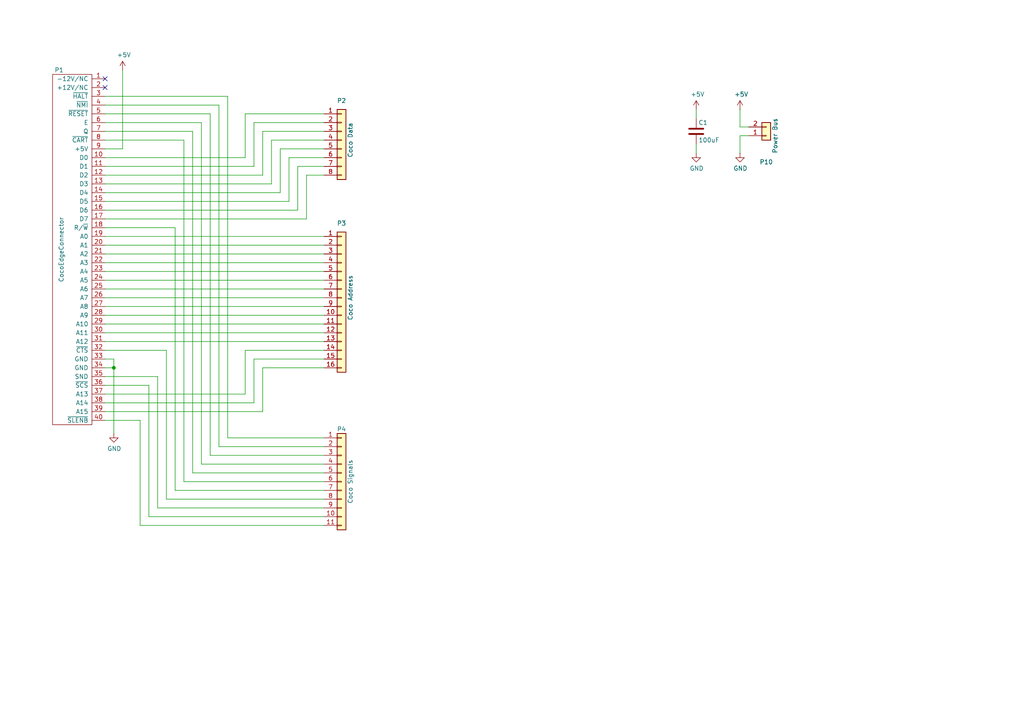
<source format=kicad_sch>
(kicad_sch (version 20250114) (generator "eeschema") (generator_version "9.0")
  (paper "A4")
  (title_block (title "Omniboard") (date "2016-09-01") (rev "1.0") (company "Titanium Studios Pty Ltd"))
  (lib_symbols
    (symbol "CocoProtoBoard_Library:COCO_EDGE_CONNECTOR" (pin_names (offset 1.016))
      (property "Reference" "P1" (at -3.175 52.07 0))
      (property "Value" "CocoEdgeConnector" (at -2.54 0 90))
      (symbol "COCO_EDGE_CONNECTOR_0_1"
        (rectangle (start -5.08 50.8) (end 6.35 -50.8))
      )
      (symbol "COCO_EDGE_CONNECTOR_1_1"
        (pin power_out line (at 10.16 49.53 180) (length 3.81) (name "-12V/NC") (number "1"))
        (pin power_out line (at 10.16 46.99 180) (length 3.81) (name "+12V/NC") (number "2"))
        (pin passive line (at 10.16 44.45 180) (length 3.81) (name "~{HALT}") (number "3"))
        (pin passive line (at 10.16 41.91 180) (length 3.81) (name "~{NMI}") (number "4"))
        (pin passive line (at 10.16 39.37 180) (length 3.81) (name "~{RESET}") (number "5"))
        (pin passive line (at 10.16 36.83 180) (length 3.81) (name "E") (number "6"))
        (pin passive line (at 10.16 34.29 180) (length 3.81) (name "Q") (number "7"))
        (pin passive line (at 10.16 31.75 180) (length 3.81) (name "~{CART}") (number "8"))
        (pin power_out line (at 10.16 29.21 180) (length 3.81) (name "+5V") (number "9"))
        (pin passive line (at 10.16 26.67 180) (length 3.81) (name "D0") (number "10"))
        (pin passive line (at 10.16 24.13 180) (length 3.81) (name "D1") (number "11"))
        (pin passive line (at 10.16 21.59 180) (length 3.81) (name "D2") (number "12"))
        (pin passive line (at 10.16 19.05 180) (length 3.81) (name "D3") (number "13"))
        (pin passive line (at 10.16 16.51 180) (length 3.81) (name "D4") (number "14"))
        (pin passive line (at 10.16 13.97 180) (length 3.81) (name "D5") (number "15"))
        (pin passive line (at 10.16 11.43 180) (length 3.81) (name "D6") (number "16"))
        (pin passive line (at 10.16 8.89 180) (length 3.81) (name "D7") (number "17"))
        (pin passive line (at 10.16 6.35 180) (length 3.81) (name "R/~{W}") (number "18"))
        (pin passive line (at 10.16 3.81 180) (length 3.81) (name "A0") (number "19"))
        (pin passive line (at 10.16 1.27 180) (length 3.81) (name "A1") (number "20"))
        (pin passive line (at 10.16 -1.27 180) (length 3.81) (name "A2") (number "21"))
        (pin passive line (at 10.16 -3.81 180) (length 3.81) (name "A3") (number "22"))
        (pin passive line (at 10.16 -6.35 180) (length 3.81) (name "A4") (number "23"))
        (pin passive line (at 10.16 -8.89 180) (length 3.81) (name "A5") (number "24"))
        (pin passive line (at 10.16 -11.43 180) (length 3.81) (name "A6") (number "25"))
        (pin passive line (at 10.16 -13.97 180) (length 3.81) (name "A7") (number "26"))
        (pin passive line (at 10.16 -16.51 180) (length 3.81) (name "A8") (number "27"))
        (pin passive line (at 10.16 -19.05 180) (length 3.81) (name "A9") (number "28"))
        (pin passive line (at 10.16 -21.59 180) (length 3.81) (name "A10") (number "29"))
        (pin passive line (at 10.16 -24.13 180) (length 3.81) (name "A11") (number "30"))
        (pin passive line (at 10.16 -26.67 180) (length 3.81) (name "A12") (number "31"))
        (pin passive line (at 10.16 -29.21 180) (length 3.81) (name "~{CTS}") (number "32"))
        (pin power_out line (at 10.16 -31.75 180) (length 3.81) (name "GND") (number "33"))
        (pin power_in line (at 10.16 -34.29 180) (length 3.81) (name "GND") (number "34"))
        (pin passive line (at 10.16 -36.83 180) (length 3.81) (name "SND") (number "35"))
        (pin passive line (at 10.16 -39.37 180) (length 3.81) (name "~{SCS}") (number "36"))
        (pin passive line (at 10.16 -41.91 180) (length 3.81) (name "A13") (number "37"))
        (pin passive line (at 10.16 -44.45 180) (length 3.81) (name "A14") (number "38"))
        (pin passive line (at 10.16 -46.99 180) (length 3.81) (name "A15") (number "39"))
        (pin passive line (at 10.16 -49.53 180) (length 3.81) (name "~{SLENB}") (number "40"))
      )
    )
    (symbol "Connector_Generic:Conn_01x02" (pin_names (offset 1.016) (hide yes))
      (property "Reference" "J" (at 0 2.54 0))
      (property "Value" "Conn_01x02" (at 0 -5.08 0))
      (symbol "Conn_01x02_1_1"
        (rectangle (start -1.27 1.27) (end 1.27 -3.81) (stroke (width 0.254)) (fill (type background)))
        (rectangle (start -1.27 0.127) (end 0 -0.127) (stroke (width 0.1524)))
        (rectangle (start -1.27 -2.413) (end 0 -2.667) (stroke (width 0.1524)))
        (pin passive line (at -5.08 0 0) (length 3.81) (name "Pin_1") (number "1"))
        (pin passive line (at -5.08 -2.54 0) (length 3.81) (name "Pin_2") (number "2"))
      )
    )
    (symbol "Connector_Generic:Conn_01x08" (pin_names (offset 1.016) (hide yes))
      (property "Reference" "J" (at 0 10.16 0))
      (property "Value" "Conn_01x08" (at 0 -12.7 0))
      (symbol "Conn_01x08_1_1"
        (rectangle (start -1.27 8.89) (end 1.27 -11.43) (stroke (width 0.254)) (fill (type background)))
        (rectangle (start -1.27 7.747) (end 0 7.493) (stroke (width 0.1524)))
        (rectangle (start -1.27 5.207) (end 0 4.953) (stroke (width 0.1524)))
        (rectangle (start -1.27 2.667) (end 0 2.413) (stroke (width 0.1524)))
        (rectangle (start -1.27 0.127) (end 0 -0.127) (stroke (width 0.1524)))
        (rectangle (start -1.27 -2.413) (end 0 -2.667) (stroke (width 0.1524)))
        (rectangle (start -1.27 -4.953) (end 0 -5.207) (stroke (width 0.1524)))
        (rectangle (start -1.27 -7.493) (end 0 -7.747) (stroke (width 0.1524)))
        (rectangle (start -1.27 -10.033) (end 0 -10.287) (stroke (width 0.1524)))
        (pin passive line (at -5.08 7.62 0) (length 3.81) (name "Pin_1") (number "1"))
        (pin passive line (at -5.08 5.08 0) (length 3.81) (name "Pin_2") (number "2"))
        (pin passive line (at -5.08 2.54 0) (length 3.81) (name "Pin_3") (number "3"))
        (pin passive line (at -5.08 0 0) (length 3.81) (name "Pin_4") (number "4"))
        (pin passive line (at -5.08 -2.54 0) (length 3.81) (name "Pin_5") (number "5"))
        (pin passive line (at -5.08 -5.08 0) (length 3.81) (name "Pin_6") (number "6"))
        (pin passive line (at -5.08 -7.62 0) (length 3.81) (name "Pin_7") (number "7"))
        (pin passive line (at -5.08 -10.16 0) (length 3.81) (name "Pin_8") (number "8"))
      )
    )
    (symbol "Connector_Generic:Conn_01x11" (pin_names (offset 1.016) (hide yes))
      (property "Reference" "J" (at 0 15.24 0))
      (property "Value" "Conn_01x11" (at 0 -15.24 0))
      (symbol "Conn_01x11_1_1"
        (rectangle (start -1.27 13.97) (end 1.27 -13.97) (stroke (width 0.254)) (fill (type background)))
        (rectangle (start -1.27 12.827) (end 0 12.573) (stroke (width 0.1524)))
        (rectangle (start -1.27 10.287) (end 0 10.033) (stroke (width 0.1524)))
        (rectangle (start -1.27 7.747) (end 0 7.493) (stroke (width 0.1524)))
        (rectangle (start -1.27 5.207) (end 0 4.953) (stroke (width 0.1524)))
        (rectangle (start -1.27 2.667) (end 0 2.413) (stroke (width 0.1524)))
        (rectangle (start -1.27 0.127) (end 0 -0.127) (stroke (width 0.1524)))
        (rectangle (start -1.27 -2.413) (end 0 -2.667) (stroke (width 0.1524)))
        (rectangle (start -1.27 -4.953) (end 0 -5.207) (stroke (width 0.1524)))
        (rectangle (start -1.27 -7.493) (end 0 -7.747) (stroke (width 0.1524)))
        (rectangle (start -1.27 -10.033) (end 0 -10.287) (stroke (width 0.1524)))
        (rectangle (start -1.27 -12.573) (end 0 -12.827) (stroke (width 0.1524)))
        (pin passive line (at -5.08 12.7 0) (length 3.81) (name "Pin_1") (number "1"))
        (pin passive line (at -5.08 10.16 0) (length 3.81) (name "Pin_2") (number "2"))
        (pin passive line (at -5.08 7.62 0) (length 3.81) (name "Pin_3") (number "3"))
        (pin passive line (at -5.08 5.08 0) (length 3.81) (name "Pin_4") (number "4"))
        (pin passive line (at -5.08 2.54 0) (length 3.81) (name "Pin_5") (number "5"))
        (pin passive line (at -5.08 0 0) (length 3.81) (name "Pin_6") (number "6"))
        (pin passive line (at -5.08 -2.54 0) (length 3.81) (name "Pin_7") (number "7"))
        (pin passive line (at -5.08 -5.08 0) (length 3.81) (name "Pin_8") (number "8"))
        (pin passive line (at -5.08 -7.62 0) (length 3.81) (name "Pin_9") (number "9"))
        (pin passive line (at -5.08 -10.16 0) (length 3.81) (name "Pin_10") (number "10"))
        (pin passive line (at -5.08 -12.7 0) (length 3.81) (name "Pin_11") (number "11"))
      )
    )
    (symbol "Connector_Generic:Conn_01x16" (pin_names (offset 1.016) (hide yes))
      (property "Reference" "J" (at 0 20.32 0))
      (property "Value" "Conn_01x16" (at 0 -22.86 0))
      (symbol "Conn_01x16_1_1"
        (rectangle (start -1.27 19.05) (end 1.27 -21.59) (stroke (width 0.254)) (fill (type background)))
        (rectangle (start -1.27 17.907) (end 0 17.653) (stroke (width 0.1524)))
        (rectangle (start -1.27 15.367) (end 0 15.113) (stroke (width 0.1524)))
        (rectangle (start -1.27 12.827) (end 0 12.573) (stroke (width 0.1524)))
        (rectangle (start -1.27 10.287) (end 0 10.033) (stroke (width 0.1524)))
        (rectangle (start -1.27 7.747) (end 0 7.493) (stroke (width 0.1524)))
        (rectangle (start -1.27 5.207) (end 0 4.953) (stroke (width 0.1524)))
        (rectangle (start -1.27 2.667) (end 0 2.413) (stroke (width 0.1524)))
        (rectangle (start -1.27 0.127) (end 0 -0.127) (stroke (width 0.1524)))
        (rectangle (start -1.27 -2.413) (end 0 -2.667) (stroke (width 0.1524)))
        (rectangle (start -1.27 -4.953) (end 0 -5.207) (stroke (width 0.1524)))
        (rectangle (start -1.27 -7.493) (end 0 -7.747) (stroke (width 0.1524)))
        (rectangle (start -1.27 -10.033) (end 0 -10.287) (stroke (width 0.1524)))
        (rectangle (start -1.27 -12.573) (end 0 -12.827) (stroke (width 0.1524)))
        (rectangle (start -1.27 -15.113) (end 0 -15.367) (stroke (width 0.1524)))
        (rectangle (start -1.27 -17.653) (end 0 -17.907) (stroke (width 0.1524)))
        (rectangle (start -1.27 -20.193) (end 0 -20.447) (stroke (width 0.1524)))
        (pin passive line (at -5.08 17.78 0) (length 3.81) (name "Pin_1") (number "1"))
        (pin passive line (at -5.08 15.24 0) (length 3.81) (name "Pin_2") (number "2"))
        (pin passive line (at -5.08 12.7 0) (length 3.81) (name "Pin_3") (number "3"))
        (pin passive line (at -5.08 10.16 0) (length 3.81) (name "Pin_4") (number "4"))
        (pin passive line (at -5.08 7.62 0) (length 3.81) (name "Pin_5") (number "5"))
        (pin passive line (at -5.08 5.08 0) (length 3.81) (name "Pin_6") (number "6"))
        (pin passive line (at -5.08 2.54 0) (length 3.81) (name "Pin_7") (number "7"))
        (pin passive line (at -5.08 0 0) (length 3.81) (name "Pin_8") (number "8"))
        (pin passive line (at -5.08 -2.54 0) (length 3.81) (name "Pin_9") (number "9"))
        (pin passive line (at -5.08 -5.08 0) (length 3.81) (name "Pin_10") (number "10"))
        (pin passive line (at -5.08 -7.62 0) (length 3.81) (name "Pin_11") (number "11"))
        (pin passive line (at -5.08 -10.16 0) (length 3.81) (name "Pin_12") (number "12"))
        (pin passive line (at -5.08 -12.7 0) (length 3.81) (name "Pin_13") (number "13"))
        (pin passive line (at -5.08 -15.24 0) (length 3.81) (name "Pin_14") (number "14"))
        (pin passive line (at -5.08 -17.78 0) (length 3.81) (name "Pin_15") (number "15"))
        (pin passive line (at -5.08 -20.32 0) (length 3.81) (name "Pin_16") (number "16"))
      )
    )
    (symbol "Device:C" (pin_numbers (hide yes)) (pin_names (offset 0.254))
      (property "Reference" "C" (at 0.635 2.54 0))
      (property "Value" "C" (at 0.635 -2.54 0))
      (symbol "C_0_1"
        (polyline (pts (xy -2.032 0.762) (xy 2.032 0.762)) (stroke (width 0.508)))
        (polyline (pts (xy -2.032 -0.762) (xy 2.032 -0.762)) (stroke (width 0.508)))
      )
      (symbol "C_1_1"
        (pin passive line (at 0 3.81 270) (length 2.794) (name "~") (number "1"))
        (pin passive line (at 0 -3.81 90) (length 2.794) (name "~") (number "2"))
      )
    )
    (symbol "power:+5V" (power) (pin_numbers (hide yes)) (pin_names (offset 0) (hide yes))
      (property "Value" "+5V" (at 0 3.556 0))
      (symbol "+5V_0_1"
        (polyline (pts (xy -0.762 1.27) (xy 0 2.54)))
        (polyline (pts (xy 0 2.54) (xy 0.762 1.27)))
        (polyline (pts (xy 0 0) (xy 0 2.54)))
      )
      (symbol "+5V_1_1"
        (pin power_in line (at 0 0 90) (length 0) (name "~") (number "1"))
      )
    )
    (symbol "power:GND" (power) (pin_numbers (hide yes)) (pin_names (offset 0) (hide yes))
      (property "Value" "GND" (at 0 -3.81 0))
      (symbol "GND_0_1"
        (polyline (pts (xy 0 0) (xy 0 -1.27) (xy 1.27 -1.27) (xy 0 -2.54) (xy -1.27 -1.27) (xy 0 -1.27)))
      )
      (symbol "GND_1_1"
        (pin power_in line (at 0 0 270) (length 0) (name "~") (number "1"))
      )
    )
  )
  (junction (at 33.02 106.68))
  (no_connect (at 30.48 25.4))
  (no_connect (at 30.48 22.86))
  (wire (pts (xy 214.63 31.75) (xy 214.63 36.83)))
  (wire (pts (xy 73.66 116.84) (xy 30.48 116.84)))
  (wire (pts (xy 53.34 139.7) (xy 53.34 40.64)))
  (wire (pts (xy 30.48 121.92) (xy 40.64 121.92)))
  (wire (pts (xy 76.2 106.68) (xy 76.2 119.38)))
  (wire (pts (xy 30.48 38.1) (xy 55.88 38.1)))
  (wire (pts (xy 93.98 78.74) (xy 30.48 78.74)))
  (wire (pts (xy 30.48 27.94) (xy 66.04 27.94)))
  (wire (pts (xy 71.12 45.72) (xy 71.12 33.02)))
  (wire (pts (xy 73.66 104.14) (xy 93.98 104.14)))
  (wire (pts (xy 93.98 68.58) (xy 30.48 68.58)))
  (wire (pts (xy 40.64 121.92) (xy 40.64 152.4)))
  (wire (pts (xy 30.48 30.48) (xy 63.5 30.48)))
  (wire (pts (xy 73.66 104.14) (xy 73.66 116.84)))
  (wire (pts (xy 33.02 104.14) (xy 33.02 106.68)))
  (wire (pts (xy 78.74 40.64) (xy 93.98 40.64)))
  (wire (pts (xy 30.48 33.02) (xy 60.96 33.02)))
  (wire (pts (xy 30.48 99.06) (xy 93.98 99.06)))
  (wire (pts (xy 33.02 106.68) (xy 30.48 106.68)))
  (wire (pts (xy 217.17 39.37) (xy 214.63 39.37)))
  (wire (pts (xy 214.63 36.83) (xy 217.17 36.83)))
  (wire (pts (xy 30.48 55.88) (xy 81.28 55.88)))
  (wire (pts (xy 43.18 149.86) (xy 43.18 111.76)))
  (wire (pts (xy 93.98 106.68) (xy 76.2 106.68)))
  (wire (pts (xy 93.98 139.7) (xy 53.34 139.7)))
  (wire (pts (xy 81.28 43.18) (xy 93.98 43.18)))
  (wire (pts (xy 86.36 60.96) (xy 86.36 48.26)))
  (wire (pts (xy 50.8 66.04) (xy 50.8 142.24)))
  (wire (pts (xy 48.26 101.6) (xy 30.48 101.6)))
  (wire (pts (xy 30.48 86.36) (xy 93.98 86.36)))
  (wire (pts (xy 93.98 76.2) (xy 30.48 76.2)))
  (wire (pts (xy 71.12 101.6) (xy 93.98 101.6)))
  (wire (pts (xy 86.36 48.26) (xy 93.98 48.26)))
  (wire (pts (xy 30.48 109.22) (xy 45.72 109.22)))
  (wire (pts (xy 66.04 27.94) (xy 66.04 127)))
  (wire (pts (xy 71.12 33.02) (xy 93.98 33.02)))
  (wire (pts (xy 73.66 48.26) (xy 73.66 35.56)))
  (wire (pts (xy 60.96 33.02) (xy 60.96 132.08)))
  (wire (pts (xy 214.63 39.37) (xy 214.63 44.45)))
  (wire (pts (xy 30.48 104.14) (xy 33.02 104.14)))
  (wire (pts (xy 33.02 106.68) (xy 33.02 125.73)))
  (wire (pts (xy 30.48 60.96) (xy 86.36 60.96)))
  (wire (pts (xy 76.2 38.1) (xy 93.98 38.1)))
  (wire (pts (xy 201.93 31.75) (xy 201.93 34.29)))
  (wire (pts (xy 60.96 132.08) (xy 93.98 132.08)))
  (wire (pts (xy 48.26 144.78) (xy 48.26 101.6)))
  (wire (pts (xy 88.9 63.5) (xy 88.9 50.8)))
  (wire (pts (xy 30.48 71.12) (xy 93.98 71.12)))
  (wire (pts (xy 63.5 129.54) (xy 93.98 129.54)))
  (wire (pts (xy 43.18 111.76) (xy 30.48 111.76)))
  (wire (pts (xy 76.2 50.8) (xy 76.2 38.1)))
  (wire (pts (xy 93.98 144.78) (xy 48.26 144.78)))
  (wire (pts (xy 66.04 127) (xy 93.98 127)))
  (wire (pts (xy 88.9 50.8) (xy 93.98 50.8)))
  (wire (pts (xy 30.48 48.26) (xy 73.66 48.26)))
  (wire (pts (xy 30.48 43.18) (xy 35.56 43.18)))
  (wire (pts (xy 93.98 134.62) (xy 58.42 134.62)))
  (wire (pts (xy 45.72 109.22) (xy 45.72 147.32)))
  (wire (pts (xy 30.48 58.42) (xy 83.82 58.42)))
  (wire (pts (xy 30.48 114.3) (xy 71.12 114.3)))
  (wire (pts (xy 78.74 53.34) (xy 78.74 40.64)))
  (wire (pts (xy 53.34 40.64) (xy 30.48 40.64)))
  (wire (pts (xy 40.64 152.4) (xy 93.98 152.4)))
  (wire (pts (xy 73.66 35.56) (xy 93.98 35.56)))
  (wire (pts (xy 30.48 66.04) (xy 50.8 66.04)))
  (wire (pts (xy 93.98 96.52) (xy 30.48 96.52)))
  (wire (pts (xy 30.48 73.66) (xy 93.98 73.66)))
  (wire (pts (xy 93.98 83.82) (xy 30.48 83.82)))
  (wire (pts (xy 30.48 91.44) (xy 93.98 91.44)))
  (wire (pts (xy 201.93 41.91) (xy 201.93 44.45)))
  (wire (pts (xy 30.48 63.5) (xy 88.9 63.5)))
  (wire (pts (xy 30.48 81.28) (xy 93.98 81.28)))
  (wire (pts (xy 30.48 45.72) (xy 71.12 45.72)))
  (wire (pts (xy 63.5 30.48) (xy 63.5 129.54)))
  (wire (pts (xy 93.98 149.86) (xy 43.18 149.86)))
  (wire (pts (xy 71.12 114.3) (xy 71.12 101.6)))
  (wire (pts (xy 55.88 38.1) (xy 55.88 137.16)))
  (wire (pts (xy 45.72 147.32) (xy 93.98 147.32)))
  (wire (pts (xy 50.8 142.24) (xy 93.98 142.24)))
  (wire (pts (xy 55.88 137.16) (xy 93.98 137.16)))
  (wire (pts (xy 83.82 45.72) (xy 93.98 45.72)))
  (wire (pts (xy 30.48 50.8) (xy 76.2 50.8)))
  (wire (pts (xy 76.2 119.38) (xy 30.48 119.38)))
  (wire (pts (xy 83.82 58.42) (xy 83.82 45.72)))
  (wire (pts (xy 35.56 43.18) (xy 35.56 20.32)))
  (wire (pts (xy 58.42 35.56) (xy 30.48 35.56)))
  (wire (pts (xy 81.28 55.88) (xy 81.28 43.18)))
  (wire (pts (xy 30.48 93.98) (xy 93.98 93.98)))
  (wire (pts (xy 30.48 53.34) (xy 78.74 53.34)))
  (wire (pts (xy 58.42 134.62) (xy 58.42 35.56)))
  (wire (pts (xy 93.98 88.9) (xy 30.48 88.9)))
  (symbol (lib_id "Device:C") (at 201.93 38.1 0) (unit 1)
    (property "Reference" "C1" (at 202.565 35.56 0) (effects (justify left)))
    (property "Value" "100uF" (at 202.565 40.64 0) (effects (justify left)))
    (property "Footprint" "Capacitor_THT:C_Radial_D6.3mm_H7.0mm_P2.50mm" (effects (hide yes)))
    (property "Description" "Unpolarized capacitor" (effects (hide yes)))
  )
  (symbol (lib_id "CocoProtoBoard_Library:COCO_EDGE_CONNECTOR") (at 20.32 72.39 0) (unit 1)
    (property "Reference" "P1" (at 17.145 20.32 0))
    (property "Value" "CocoEdgeConnector" (at 17.78 72.39 90))
    (property "Footprint" "CoCoProtoBoard:CocoCardEdge" (effects (hide yes)))
  )
  (symbol (lib_id "Connector_Generic:Conn_01x16") (at 99.06 86.36 0) (unit 1)
    (property "Reference" "P3" (at 99.06 64.77 0))
    (property "Value" "Coco Address" (at 101.6 86.36 90))
    (property "Footprint" "CoCoProtoBoard:DIP-32_W15.24mm" (effects (hide yes)))
  )
  (symbol (lib_id "Connector_Generic:Conn_01x08") (at 99.06 40.64 0) (unit 1)
    (property "Reference" "P2" (at 99.06 29.21 0))
    (property "Value" "Coco Data" (at 101.6 40.64 90))
    (property "Footprint" "CoCoProtoBoard:DIP-16_W7.62mm" (effects (hide yes)))
  )
  (symbol (lib_id "Connector_Generic:Conn_01x11") (at 99.06 139.7 0) (unit 1)
    (property "Reference" "P4" (at 99.06 124.46 0))
    (property "Value" "Coco Signals" (at 101.6 139.7 90))
    (property "Footprint" "CoCoProtoBoard:DIP-22_W10.16mm" (effects (hide yes)))
  )
  (symbol (lib_id "Connector_Generic:Conn_01x02") (at 222.25 39.37 0) (mirror x) (unit 1)
    (property "Reference" "P10" (at 222.25 46.99 0))
    (property "Value" "Power Bus" (at 224.79 39.37 90))
    (property "Footprint" "CoCoProtoBoard:DIP-61_W300mm" (effects (hide yes)))
  )
  (symbol (lib_id "power:GND") (at 201.93 44.45 0) (unit 1)
    (property "Reference" "#PWR0104" (effects (hide yes)))
    (property "Value" "GND" (at 202.057 48.8442 0))
  )
  (symbol (lib_id "power:GND") (at 214.63 44.45 0) (unit 1)
    (property "Reference" "#PWR0105" (effects (hide yes)))
    (property "Value" "GND" (at 214.757 48.8442 0))
  )
  (symbol (lib_id "power:GND") (at 33.02 125.73 0) (unit 1)
    (property "Reference" "#PWR0106" (effects (hide yes)))
    (property "Value" "GND" (at 33.147 130.1242 0))
  )
  (symbol (lib_id "power:+5V") (at 201.93 31.75 0) (unit 1)
    (property "Reference" "#PWR0101" (effects (hide yes)))
    (property "Value" "+5V" (at 202.311 27.3558 0))
  )
  (symbol (lib_id "power:+5V") (at 35.56 20.32 0) (unit 1)
    (property "Reference" "#PWR0102" (effects (hide yes)))
    (property "Value" "+5V" (at 35.941 15.9258 0))
  )
  (symbol (lib_id "power:+5V") (at 214.63 31.75 0) (unit 1)
    (property "Reference" "#PWR0103" (effects (hide yes)))
    (property "Value" "+5V" (at 215.011 27.3558 0))
  )
)
</source>
